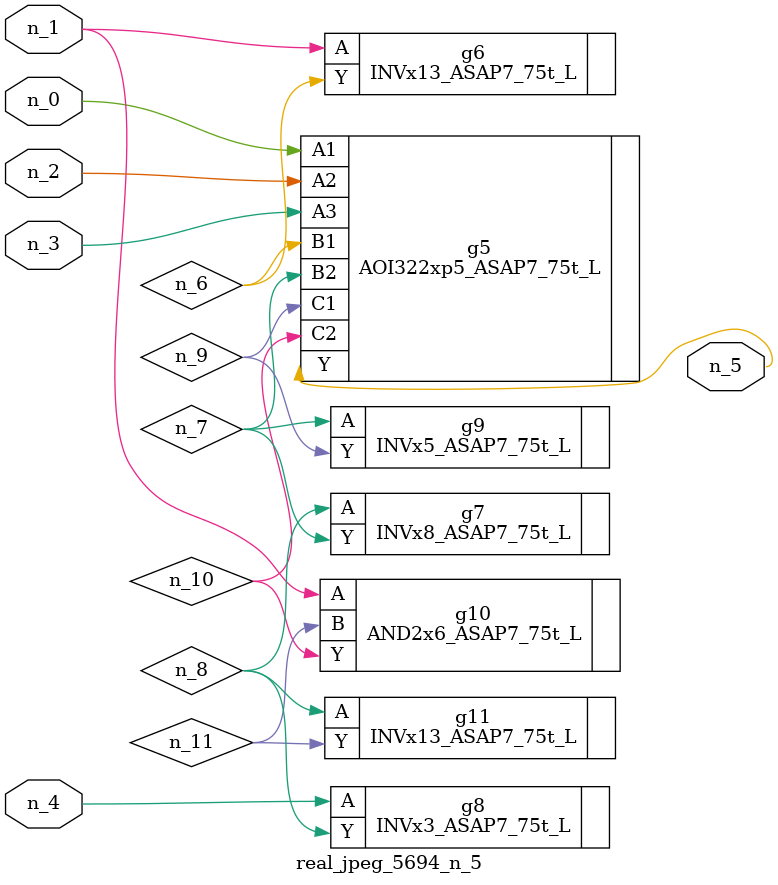
<source format=v>
module real_jpeg_5694_n_5 (n_4, n_0, n_1, n_2, n_3, n_5);

input n_4;
input n_0;
input n_1;
input n_2;
input n_3;

output n_5;

wire n_8;
wire n_11;
wire n_6;
wire n_7;
wire n_10;
wire n_9;

AOI322xp5_ASAP7_75t_L g5 ( 
.A1(n_0),
.A2(n_2),
.A3(n_3),
.B1(n_6),
.B2(n_7),
.C1(n_9),
.C2(n_10),
.Y(n_5)
);

INVx13_ASAP7_75t_L g6 ( 
.A(n_1),
.Y(n_6)
);

AND2x6_ASAP7_75t_L g10 ( 
.A(n_1),
.B(n_11),
.Y(n_10)
);

INVx3_ASAP7_75t_L g8 ( 
.A(n_4),
.Y(n_8)
);

INVx5_ASAP7_75t_L g9 ( 
.A(n_7),
.Y(n_9)
);

INVx8_ASAP7_75t_L g7 ( 
.A(n_8),
.Y(n_7)
);

INVx13_ASAP7_75t_L g11 ( 
.A(n_8),
.Y(n_11)
);


endmodule
</source>
